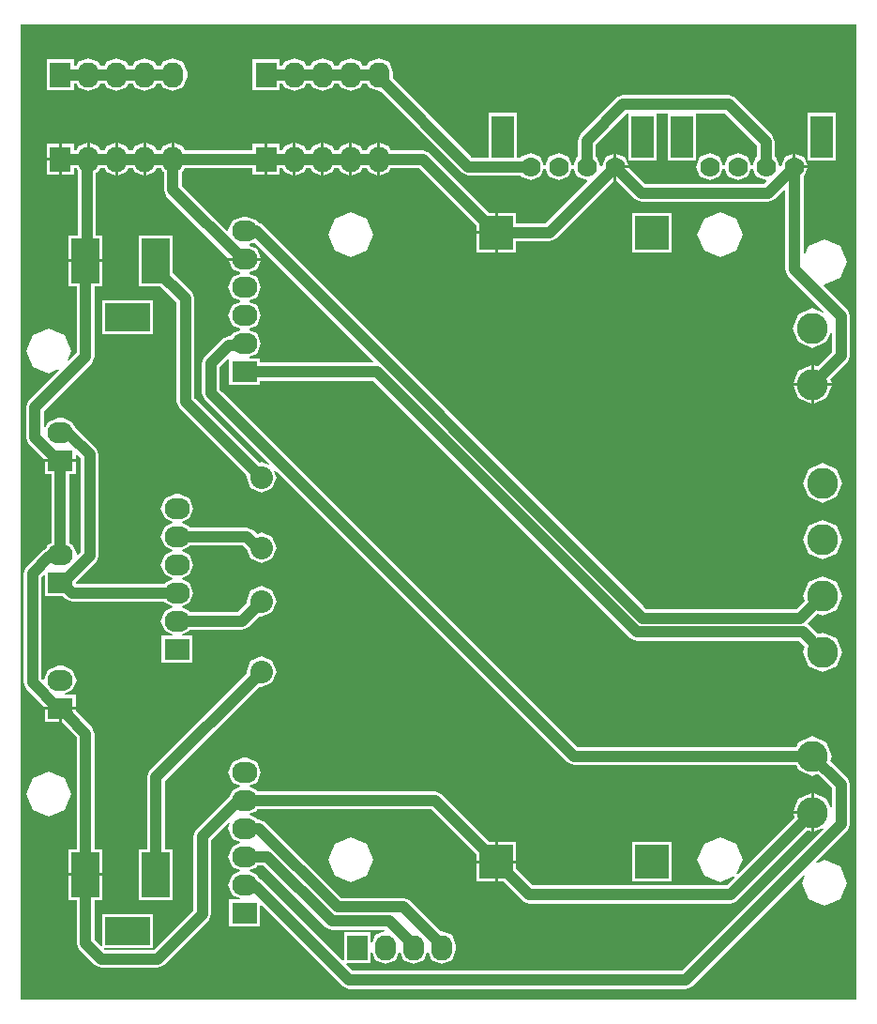
<source format=gtl>
G04*
G04 #@! TF.GenerationSoftware,Altium Limited,Altium Designer,19.0.4 (130)*
G04*
G04 Layer_Physical_Order=1*
G04 Layer_Color=255*
%FSTAX24Y24*%
%MOIN*%
G70*
G01*
G75*
%ADD24C,0.0394*%
%ADD25C,0.0800*%
%ADD26C,0.0700*%
%ADD27R,0.0800X0.1500*%
%ADD28R,0.1200X0.1200*%
%ADD29O,0.0750X0.0900*%
%ADD30R,0.0750X0.0900*%
%ADD31C,0.1100*%
%ADD32O,0.0900X0.0750*%
%ADD33R,0.0900X0.0750*%
%ADD34R,0.1000X0.1600*%
%ADD35R,0.1600X0.1000*%
G36*
X05665Y0155D02*
X02695D01*
Y05015D01*
X05665D01*
Y0155D01*
D02*
G37*
%LPC*%
G36*
X039661Y048939D02*
X039298Y048789D01*
X039249Y048671D01*
X039074D01*
X039025Y048789D01*
X038661Y048939D01*
X038298Y048789D01*
X038249Y048671D01*
X038074D01*
X038025Y048789D01*
X037661Y048939D01*
X037298Y048789D01*
X037249Y048671D01*
X037074D01*
X037025Y048789D01*
X036661Y048939D01*
X036298Y048789D01*
X036249Y048671D01*
X036136D01*
Y0489D01*
X035186D01*
Y0478D01*
X036136D01*
Y048029D01*
X036249D01*
X036298Y047911D01*
X036661Y047761D01*
X037025Y047911D01*
X037074Y048029D01*
X037249D01*
X037298Y047911D01*
X037661Y047761D01*
X038025Y047911D01*
X038074Y048029D01*
X038249D01*
X038298Y047911D01*
X038661Y047761D01*
X039025Y047911D01*
X039074Y048029D01*
X039249D01*
X039298Y047911D01*
X039661Y047761D01*
X039704Y047778D01*
X042629Y044853D01*
X042856Y044759D01*
X044706D01*
X044716Y044736D01*
X04506Y044593D01*
X045404Y044736D01*
X045533Y045046D01*
X045587D01*
X045716Y044736D01*
X04606Y044593D01*
X046404Y044736D01*
X046533Y045046D01*
X046587D01*
X046716Y044736D01*
X04706Y044593D01*
X047087Y044552D01*
X045607Y043071D01*
X04455D01*
Y04345D01*
X0439D01*
Y04275D01*
Y04205D01*
X04455D01*
Y042429D01*
X04574D01*
X045967Y042523D01*
X04802Y044576D01*
Y04508D01*
Y045546D01*
X047726Y045424D01*
X047592Y045102D01*
X047538D01*
X047404Y045424D01*
X047381Y045434D01*
Y045877D01*
X048483Y046979D01*
X04855D01*
Y0453D01*
X04955D01*
Y046979D01*
X04995D01*
Y0453D01*
X05095D01*
Y046979D01*
X051967D01*
X053109Y045837D01*
Y045434D01*
X053086Y045424D01*
X052957Y045114D01*
X052903D01*
X052774Y045424D01*
X05243Y045567D01*
X052086Y045424D01*
X051957Y045114D01*
X051903D01*
X051774Y045424D01*
X05143Y045567D01*
X051086Y045424D01*
X050943Y04508D01*
X051086Y044736D01*
X05143Y044593D01*
X051774Y044736D01*
X051903Y045046D01*
X051957D01*
X052086Y044736D01*
X05243Y044593D01*
X052774Y044736D01*
X052903Y045046D01*
X052957D01*
X053086Y044736D01*
X05343Y044593D01*
X053457Y044552D01*
X053377Y044471D01*
X049133D01*
X048574Y04503D01*
X04812D01*
Y044576D01*
X048773Y043923D01*
X049Y043829D01*
X05351D01*
X053737Y043923D01*
X054072Y044258D01*
X054119Y044239D01*
Y041434D01*
X054213Y041207D01*
X055477Y039943D01*
X055449Y039902D01*
X055082Y040054D01*
X054585Y039847D01*
X054379Y03935D01*
X054585Y038853D01*
X055082Y038646D01*
X05558Y038853D01*
X05573Y039214D01*
X055779Y039204D01*
Y038501D01*
X055259Y037981D01*
X055132Y038033D01*
Y0374D01*
X055765D01*
X055713Y037526D01*
X056327Y03814D01*
X056421Y038368D01*
Y039774D01*
X056327Y040002D01*
X055472Y040857D01*
X055499Y040899D01*
X0555Y040898D01*
X056067Y041133D01*
X056302Y0417D01*
X056067Y042267D01*
X0555Y042502D01*
X054933Y042267D01*
X05481Y04197D01*
X054761Y04198D01*
Y044726D01*
X054784Y044736D01*
X054906Y04503D01*
X05444D01*
Y04508D01*
X05439D01*
Y045546D01*
X054096Y045424D01*
X053962Y045102D01*
X053908D01*
X053774Y045424D01*
X053751Y045434D01*
Y04597D01*
X053657Y046197D01*
X052327Y047527D01*
X0521Y047621D01*
X04835D01*
X048123Y047527D01*
X046833Y046237D01*
X046739Y04601D01*
Y045434D01*
X046716Y045424D01*
X046587Y045114D01*
X046533D01*
X046404Y045424D01*
X04606Y045567D01*
X045716Y045424D01*
X045587Y045114D01*
X045533D01*
X045404Y045424D01*
X04506Y045567D01*
X044716Y045424D01*
X044706Y045401D01*
X04458D01*
Y047D01*
X04358D01*
Y045401D01*
X04299D01*
X040158Y048233D01*
X040176Y048275D01*
Y048425D01*
X040025Y048789D01*
X039661Y048939D01*
D02*
G37*
G36*
X03235D02*
X031986Y048789D01*
X031938Y048671D01*
X031762D01*
X031714Y048789D01*
X03135Y048939D01*
X030986Y048789D01*
X030938Y048671D01*
X030762D01*
X030714Y048789D01*
X03035Y048939D01*
X029986Y048789D01*
X029938Y048671D01*
X029762D01*
X029714Y048789D01*
X02935Y048939D01*
X028986Y048789D01*
X028938Y048671D01*
X028825D01*
Y0489D01*
X027875D01*
Y0478D01*
X028825D01*
Y048029D01*
X028938D01*
X028986Y047911D01*
X02935Y047761D01*
X029714Y047911D01*
X029762Y048029D01*
X029938D01*
X029986Y047911D01*
X03035Y047761D01*
X030714Y047911D01*
X030762Y048029D01*
X030938D01*
X030986Y047911D01*
X03135Y047761D01*
X031714Y047911D01*
X031762Y048029D01*
X031938D01*
X031986Y047911D01*
X03235Y047761D01*
X032714Y047911D01*
X032864Y048275D01*
Y048425D01*
X032714Y048789D01*
X03235Y048939D01*
D02*
G37*
G36*
X039611Y045918D02*
X039298Y045789D01*
X039249Y045671D01*
X039074D01*
X039025Y045789D01*
X038711Y045918D01*
Y04535D01*
Y044782D01*
X039025Y044911D01*
X039074Y045029D01*
X039249D01*
X039298Y044911D01*
X039611Y044782D01*
Y04535D01*
Y045918D01*
D02*
G37*
G36*
X038611D02*
X038298Y045789D01*
X038249Y045671D01*
X038074D01*
X038025Y045789D01*
X037711Y045918D01*
Y04535D01*
Y044782D01*
X038025Y044911D01*
X038074Y045029D01*
X038249D01*
X038298Y044911D01*
X038611Y044782D01*
Y04535D01*
Y045918D01*
D02*
G37*
G36*
X037611D02*
X037298Y045789D01*
X037249Y045671D01*
X037074D01*
X037025Y045789D01*
X036711Y045918D01*
Y04535D01*
Y044782D01*
X037025Y044911D01*
X037074Y045029D01*
X037249D01*
X037298Y044911D01*
X037611Y044782D01*
Y04535D01*
Y045918D01*
D02*
G37*
G36*
X036611D02*
X036298Y045789D01*
X036249Y045671D01*
X036136D01*
Y0459D01*
X035711D01*
Y04535D01*
Y0448D01*
X036136D01*
Y045029D01*
X036249D01*
X036298Y044911D01*
X036611Y044782D01*
Y04535D01*
Y045918D01*
D02*
G37*
G36*
X0313D02*
X030986Y045789D01*
X030938Y045671D01*
X030762D01*
X030714Y045789D01*
X0304Y045918D01*
Y04535D01*
Y044782D01*
X030714Y044911D01*
X030762Y045029D01*
X030938D01*
X030986Y044911D01*
X0313Y044782D01*
Y04535D01*
Y045918D01*
D02*
G37*
G36*
X0303D02*
X029986Y045789D01*
X029938Y045671D01*
X029762D01*
X029714Y045789D01*
X0294Y045918D01*
Y04535D01*
X0293D01*
Y045918D01*
X028986Y045789D01*
X028938Y045671D01*
X028825D01*
Y0459D01*
X0284D01*
Y04535D01*
Y0448D01*
X028825D01*
Y045029D01*
X028938D01*
X028979Y04493D01*
Y04265D01*
X02865D01*
Y0418D01*
X02985D01*
Y04265D01*
X029621D01*
Y044873D01*
X029714Y044911D01*
X029762Y045029D01*
X029938D01*
X029986Y044911D01*
X0303Y044782D01*
Y04535D01*
Y045918D01*
D02*
G37*
G36*
X0283Y0459D02*
X027875D01*
Y0454D01*
X0283D01*
Y0459D01*
D02*
G37*
G36*
X0324Y045918D02*
Y04535D01*
X0323D01*
Y045918D01*
X031986Y045789D01*
X031938Y045671D01*
X031762D01*
X031714Y045789D01*
X0314Y045918D01*
Y04535D01*
Y044782D01*
X031714Y044911D01*
X031762Y045029D01*
X031938D01*
X031986Y044911D01*
X032029Y044894D01*
Y044275D01*
X032123Y044048D01*
X034321Y04185D01*
X0349D01*
X035468D01*
X035339Y042164D01*
X035069Y042275D01*
Y042325D01*
X035246Y042398D01*
X039476Y038168D01*
X039457Y038121D01*
X03545D01*
Y038275D01*
X035079D01*
X035069Y038325D01*
X035339Y038436D01*
X035489Y0388D01*
X035339Y039164D01*
X035069Y039275D01*
Y039325D01*
X035339Y039436D01*
X035489Y0398D01*
X035339Y040164D01*
X035069Y040275D01*
Y040325D01*
X035339Y040436D01*
X035489Y0408D01*
X035339Y041164D01*
X035069Y041275D01*
Y041325D01*
X035339Y041436D01*
X035468Y04175D01*
X0349D01*
X034332D01*
X034461Y041436D01*
X034731Y041325D01*
Y041275D01*
X034461Y041164D01*
X034311Y0408D01*
X034461Y040436D01*
X034731Y040325D01*
Y040275D01*
X034461Y040164D01*
X034311Y0398D01*
X034461Y039436D01*
X034731Y039325D01*
Y039275D01*
X034461Y039164D01*
X034416Y039053D01*
X034326D01*
X034099Y038959D01*
X033473Y038333D01*
X033379Y038106D01*
Y03705D01*
X033473Y036823D01*
X035758Y034537D01*
X035731Y034496D01*
X0355Y034591D01*
X035439Y034566D01*
X033121Y036883D01*
Y0404D01*
X033027Y040627D01*
X03235Y041304D01*
Y04265D01*
X03115D01*
Y04085D01*
X031896D01*
X032479Y040267D01*
Y03675D01*
X032573Y036523D01*
X034984Y034111D01*
X034959Y03405D01*
X035117Y033667D01*
X0355Y033509D01*
X035883Y033667D01*
X036041Y03405D01*
X035946Y034281D01*
X035987Y034308D01*
X046373Y023923D01*
X0466Y023829D01*
X054512D01*
X054585Y023653D01*
X055082Y023446D01*
X055259Y023519D01*
X055779Y022999D01*
Y022296D01*
X05573Y022286D01*
X05558Y022647D01*
X055132Y022833D01*
Y02215D01*
Y021467D01*
X055447Y021598D01*
X055475Y021556D01*
X05044Y016521D01*
X038752D01*
X03852Y016754D01*
X038539Y0168D01*
X039375D01*
Y017171D01*
X039425Y017181D01*
X039536Y016911D01*
X0399Y016761D01*
X040264Y016911D01*
X040375Y017181D01*
X040425D01*
X040536Y016911D01*
X0409Y016761D01*
X041264Y016911D01*
X041375Y017181D01*
X041425D01*
X041536Y016911D01*
X0419Y016761D01*
X042264Y016911D01*
X042414Y017275D01*
Y017425D01*
X042264Y017789D01*
X0419Y017939D01*
X041875Y017929D01*
X040784Y019021D01*
X040556Y019115D01*
X038339D01*
X035648Y021806D01*
X035421Y0219D01*
X035356D01*
X035339Y021942D01*
X035069Y022054D01*
Y022104D01*
X035339Y022215D01*
X035356Y022257D01*
X041528D01*
X04315Y020636D01*
Y02044D01*
X0438D01*
Y02109D01*
X043604D01*
X041888Y022806D01*
X041661Y0229D01*
X035356D01*
X035339Y022942D01*
X035069Y023054D01*
Y023104D01*
X035339Y023215D01*
X035489Y023579D01*
X035339Y023942D01*
X034975Y024093D01*
X034825D01*
X034461Y023942D01*
X034311Y023579D01*
X034461Y023215D01*
X034731Y023104D01*
Y023054D01*
X034461Y022942D01*
X034372Y022726D01*
X033173Y021527D01*
X033079Y0213D01*
Y018683D01*
X031667Y017271D01*
X029933D01*
X029905Y017306D01*
X029923Y01735D01*
X03165D01*
Y01855D01*
X02985D01*
Y01742D01*
X029804Y017401D01*
X029571Y017633D01*
Y01905D01*
X02985D01*
Y0199D01*
X02865D01*
Y01905D01*
X028929D01*
Y0175D01*
X029023Y017273D01*
X029573Y016723D01*
X0298Y016629D01*
X0318D01*
X032027Y016723D01*
X033627Y018323D01*
X033721Y01855D01*
Y021167D01*
X034346Y021791D01*
X034387Y021764D01*
X034311Y021579D01*
X034461Y021215D01*
X034731Y021104D01*
Y021054D01*
X034461Y020942D01*
X034311Y020579D01*
X034461Y020215D01*
X034731Y020104D01*
Y020054D01*
X034461Y019942D01*
X034311Y019579D01*
X034461Y019215D01*
X034731Y019104D01*
X034721Y019054D01*
X03435D01*
Y018104D01*
X03545D01*
Y01885D01*
X035496Y018869D01*
X038392Y015973D01*
X038619Y015879D01*
X050574D01*
X050801Y015973D01*
X054764Y019936D01*
X054805Y019908D01*
X054698Y01965D01*
X054933Y019083D01*
X0555Y018848D01*
X056067Y019083D01*
X056302Y01965D01*
X056067Y020217D01*
X0555Y020452D01*
X055242Y020345D01*
X055214Y020386D01*
X056327Y021499D01*
X056421Y021726D01*
Y023132D01*
X056327Y02336D01*
X055713Y023974D01*
X055786Y02415D01*
X05558Y024647D01*
X055082Y024854D01*
X054585Y024647D01*
X054512Y024471D01*
X046733D01*
X034021Y037183D01*
Y037973D01*
X0343Y038251D01*
X03435Y038231D01*
Y037325D01*
X03545D01*
Y037479D01*
X039467D01*
X048616Y028329D01*
X048844Y028235D01*
X054602D01*
X054815Y028022D01*
X054742Y027846D01*
X054948Y027349D01*
X055446Y027143D01*
X055943Y027349D01*
X056149Y027846D01*
X055943Y028344D01*
X055446Y02855D01*
X05527Y028477D01*
X054963Y028784D01*
X054924Y028799D01*
X054913Y028858D01*
X05527Y029215D01*
X055446Y029143D01*
X055943Y029349D01*
X056149Y029846D01*
X055943Y030344D01*
X055446Y03055D01*
X054948Y030344D01*
X054742Y029846D01*
X054815Y02967D01*
X054517Y029371D01*
X049181D01*
X035528Y043024D01*
X035527Y043027D01*
X035368Y043093D01*
X035339Y043164D01*
X034975Y043314D01*
X034825D01*
X034461Y043164D01*
X034322Y042828D01*
X034265Y042815D01*
X032671Y044408D01*
Y044894D01*
X032714Y044911D01*
X032762Y045029D01*
X035186D01*
Y0448D01*
X035611D01*
Y04535D01*
Y0459D01*
X035186D01*
Y045671D01*
X032762D01*
X032714Y045789D01*
X0324Y045918D01*
D02*
G37*
G36*
X05592Y047D02*
X05492D01*
Y0453D01*
X05592D01*
Y047D01*
D02*
G37*
G36*
X05449Y045546D02*
Y04513D01*
X054906D01*
X054784Y045424D01*
X05449Y045546D01*
D02*
G37*
G36*
X04812D02*
Y04513D01*
X048536D01*
X048414Y045424D01*
X04812Y045546D01*
D02*
G37*
G36*
X0283Y0453D02*
X027875D01*
Y0448D01*
X0283D01*
Y0453D01*
D02*
G37*
G36*
X039711Y045918D02*
Y04535D01*
Y044782D01*
X040025Y044911D01*
X040074Y045029D01*
X041117D01*
X04315Y042996D01*
Y0428D01*
X0438D01*
Y04345D01*
X043604D01*
X041477Y045577D01*
X04125Y045671D01*
X040074D01*
X040025Y045789D01*
X039711Y045918D01*
D02*
G37*
G36*
X050062Y04345D02*
X048662D01*
Y04205D01*
X050062D01*
Y04345D01*
D02*
G37*
G36*
X0438Y0427D02*
X04315D01*
Y04205D01*
X0438D01*
Y0427D01*
D02*
G37*
G36*
X051791Y043472D02*
X051225Y043237D01*
X05099Y04267D01*
X051225Y042103D01*
X051791Y041868D01*
X052358Y042103D01*
X052593Y04267D01*
X052358Y043237D01*
X051791Y043472D01*
D02*
G37*
G36*
X038661D02*
X038095Y043237D01*
X03786Y04267D01*
X038095Y042103D01*
X038661Y041868D01*
X039228Y042103D01*
X039463Y04267D01*
X039228Y043237D01*
X038661Y043472D01*
D02*
G37*
G36*
X03165Y04035D02*
X02985D01*
Y03915D01*
X03165D01*
Y04035D01*
D02*
G37*
G36*
X02985Y0417D02*
X02865D01*
Y04085D01*
X028929D01*
Y038459D01*
X028654Y038185D01*
X028613Y038212D01*
X028752Y038548D01*
X028517Y039114D01*
X02795Y039349D01*
X027383Y039114D01*
X027148Y038548D01*
X027383Y037981D01*
X02795Y037746D01*
X028285Y037885D01*
X028313Y037843D01*
X027223Y036753D01*
X027129Y036526D01*
Y035475D01*
X027223Y035248D01*
X027771Y0347D01*
X02835D01*
X0289D01*
Y034833D01*
X028946Y034853D01*
X029079Y03472D01*
Y031408D01*
X028985Y031315D01*
X028928Y031328D01*
X028789Y031664D01*
X028671Y031712D01*
Y034175D01*
X0289D01*
Y0346D01*
X02835D01*
X0278D01*
Y034175D01*
X028029D01*
Y031712D01*
X027911Y031664D01*
X027847Y031508D01*
X027729Y031459D01*
X027132Y030863D01*
X027038Y030635D01*
Y026766D01*
X027132Y026538D01*
X027771Y0259D01*
X02835D01*
X0289D01*
Y026325D01*
X028529D01*
X028519Y026375D01*
X028789Y026486D01*
X028939Y02685D01*
X028789Y027214D01*
X028425Y027364D01*
X028275D01*
X027911Y027214D01*
X027772Y026878D01*
X027715Y026865D01*
X027681Y026899D01*
Y030502D01*
X027754Y030575D01*
X0278Y030556D01*
Y029825D01*
X028446D01*
X028548Y029723D01*
X028775Y029629D01*
X032044D01*
X032061Y029586D01*
X032331Y029475D01*
Y029425D01*
X032061Y029314D01*
X031911Y02895D01*
X032061Y028586D01*
X032331Y028475D01*
X032321Y028425D01*
X03195D01*
Y027475D01*
X03305D01*
Y028425D01*
X032679D01*
X032669Y028475D01*
X032939Y028586D01*
X032956Y028629D01*
X034799D01*
X035026Y028723D01*
X035438Y029134D01*
X0355Y029109D01*
X035883Y029267D01*
X036041Y02965D01*
X035883Y030033D01*
X0355Y030191D01*
X035117Y030033D01*
X034959Y02965D01*
X034984Y029589D01*
X034666Y029271D01*
X032956D01*
X032939Y029314D01*
X032669Y029425D01*
Y029475D01*
X032939Y029586D01*
X033089Y02995D01*
X032939Y030314D01*
X032669Y030425D01*
Y030475D01*
X032939Y030586D01*
X033089Y03095D01*
X032939Y031314D01*
X032669Y031425D01*
Y031475D01*
X032939Y031586D01*
X032956Y031629D01*
X034857D01*
X034975Y03151D01*
X035117Y031167D01*
X0355Y031009D01*
X035883Y031167D01*
X036041Y03155D01*
X035883Y031933D01*
X0355Y032091D01*
X035361Y032034D01*
X035217Y032177D01*
X03499Y032271D01*
X032956D01*
X032939Y032314D01*
X032669Y032425D01*
Y032475D01*
X032939Y032586D01*
X033089Y03295D01*
X032939Y033314D01*
X032575Y033464D01*
X032425D01*
X032061Y033314D01*
X031911Y03295D01*
X032061Y032586D01*
X032331Y032475D01*
Y032425D01*
X032061Y032314D01*
X031911Y03195D01*
X032061Y031586D01*
X032331Y031475D01*
Y031425D01*
X032061Y031314D01*
X031911Y03095D01*
X032061Y030586D01*
X032331Y030475D01*
Y030425D01*
X032061Y030314D01*
X032044Y030271D01*
X028908D01*
X0289Y030279D01*
Y030321D01*
X029627Y031048D01*
X029721Y031275D01*
Y034853D01*
X029627Y03508D01*
X028899Y035809D01*
X028868Y035822D01*
X028789Y036014D01*
X028425Y036164D01*
X028275D01*
X027911Y036014D01*
X02782Y035794D01*
X027771Y035803D01*
Y036393D01*
X029477Y038099D01*
X029571Y038326D01*
Y04085D01*
X02985D01*
Y0417D01*
D02*
G37*
G36*
X055032Y038033D02*
X054585Y037847D01*
X0544Y0374D01*
X055032D01*
Y038033D01*
D02*
G37*
G36*
Y0373D02*
X0544D01*
X054585Y036853D01*
X055032Y036667D01*
Y0373D01*
D02*
G37*
G36*
X055765D02*
X055132D01*
Y036667D01*
X05558Y036853D01*
X055765Y0373D01*
D02*
G37*
G36*
X055442Y034554D02*
X054944Y034347D01*
X054738Y03385D01*
X054944Y033353D01*
X055442Y033146D01*
X055939Y033353D01*
X056145Y03385D01*
X055939Y034347D01*
X055442Y034554D01*
D02*
G37*
G36*
X055445Y03255D02*
X054948Y032344D01*
X054742Y031847D01*
X054948Y031349D01*
X055445Y031143D01*
X055943Y031349D01*
X056149Y031847D01*
X055943Y032344D01*
X055445Y03255D01*
D02*
G37*
G36*
X0355Y027691D02*
X035117Y027533D01*
X034959Y02715D01*
X034984Y027089D01*
X031523Y023627D01*
X031429Y0234D01*
Y02085D01*
X03115D01*
Y01905D01*
X03235D01*
Y02085D01*
X032071D01*
Y023267D01*
X035439Y026634D01*
X0355Y026609D01*
X035883Y026767D01*
X036041Y02715D01*
X035883Y027533D01*
X0355Y027691D01*
D02*
G37*
G36*
X0283Y0258D02*
X0278D01*
Y025375D01*
X0283D01*
Y0258D01*
D02*
G37*
G36*
X055032Y022833D02*
X054585Y022647D01*
X0544Y0222D01*
X055032D01*
Y022833D01*
D02*
G37*
G36*
X02795Y023601D02*
X027383Y023366D01*
X027148Y0228D01*
X027383Y022233D01*
X02795Y021998D01*
X028517Y022233D01*
X028752Y0228D01*
X028517Y023366D01*
X02795Y023601D01*
D02*
G37*
G36*
X055032Y0221D02*
X0544D01*
X054452Y021974D01*
X052427Y019949D01*
X052385Y019978D01*
X052593Y02048D01*
X052358Y021047D01*
X051791Y021282D01*
X051225Y021047D01*
X05099Y02048D01*
X051225Y019913D01*
X051791Y019678D01*
X052294Y019887D01*
X052322Y019844D01*
X052032Y019554D01*
X045141D01*
X04455Y020144D01*
Y02034D01*
X0439D01*
Y01969D01*
X044096D01*
X04478Y019005D01*
X045008Y018911D01*
X052165D01*
X052392Y019005D01*
X054906Y021519D01*
X055032Y021467D01*
Y0221D01*
D02*
G37*
G36*
X04455Y02109D02*
X0439D01*
Y02044D01*
X04455D01*
Y02109D01*
D02*
G37*
G36*
X0289Y0258D02*
X0284D01*
Y025346D01*
X028929Y024817D01*
Y02085D01*
X02865D01*
Y02D01*
X02985D01*
Y02085D01*
X029571D01*
Y02495D01*
X029477Y025177D01*
X0289Y025754D01*
Y0258D01*
D02*
G37*
G36*
X050062Y02109D02*
X048662D01*
Y01969D01*
X050062D01*
Y02109D01*
D02*
G37*
G36*
X0438Y02034D02*
X04315D01*
Y01969D01*
X0438D01*
Y02034D01*
D02*
G37*
G36*
X038661Y021282D02*
X038095Y021047D01*
X03786Y02048D01*
X038095Y019913D01*
X038661Y019678D01*
X039228Y019913D01*
X039463Y02048D01*
X039228Y021047D01*
X038661Y021282D01*
D02*
G37*
%LPD*%
G36*
X037775Y018073D02*
X038002Y017979D01*
X039865D01*
X039875Y017929D01*
X039536Y017789D01*
X039425Y017519D01*
X039375Y017529D01*
Y0179D01*
X038425D01*
Y016914D01*
X038379Y016895D01*
X035536Y019738D01*
X0354Y019794D01*
X035339Y019942D01*
X035069Y020054D01*
Y020104D01*
X035339Y020215D01*
X035356Y020257D01*
X03559D01*
X037775Y018073D01*
D02*
G37*
D24*
X0353Y042798D02*
Y0428D01*
Y042798D02*
X049048Y02905D01*
X0349Y0428D02*
X0353D01*
X049048Y02905D02*
X05465D01*
X0419Y01735D02*
Y01745D01*
X040556Y018794D02*
X0419Y01745D01*
X038206Y018794D02*
X040556D01*
X0409Y01735D02*
Y01745D01*
X04005Y0183D02*
X0409Y01745D01*
X038002Y0183D02*
X04005D01*
X035421Y021579D02*
X038206Y018794D01*
X035723Y020579D02*
X038002Y0183D01*
X0349Y020579D02*
X035723D01*
X028425Y0303D02*
X028775Y02995D01*
X03175Y04145D02*
X0328Y0404D01*
Y03675D02*
Y0404D01*
Y03675D02*
X0355Y03405D01*
X054736Y028556D02*
X055446Y027846D01*
X048844Y028556D02*
X054736D01*
X0396Y0378D02*
X048844Y028556D01*
X05465Y02905D02*
X055446Y029846D01*
X0349Y0428D02*
Y042813D01*
Y0378D02*
X0396D01*
X03235Y04535D02*
X035661D01*
X04125D02*
X04385Y04275D01*
X039661Y04535D02*
X04125D01*
X0466Y02415D02*
X055082D01*
X0337Y03705D02*
X0466Y02415D01*
X0337Y03705D02*
Y038106D01*
X034326Y038732D01*
X034832D01*
X0349Y0388D01*
X042856Y04508D02*
X04506D01*
X039661Y048275D02*
X042856Y04508D01*
X039661Y048275D02*
Y04835D01*
X04574Y04275D02*
X04807Y04508D01*
X04385Y04275D02*
X04574D01*
X0561Y021726D02*
Y023132D01*
X050574Y0162D02*
X0561Y021726D01*
X038619Y0162D02*
X050574D01*
X055082Y02415D02*
X0561Y023132D01*
X035309Y019511D02*
X038619Y0162D01*
X034968Y019511D02*
X035309D01*
X0349Y019579D02*
X034968Y019511D01*
X0349Y021579D02*
X035421D01*
X0334Y0213D02*
X034679Y022579D01*
X0334Y01855D02*
Y0213D01*
X034679Y022579D02*
X0349D01*
X041661D01*
X03175Y04145D02*
Y04175D01*
X03235Y044275D02*
Y04535D01*
Y044275D02*
X034825Y0418D01*
X0349D01*
X02925Y038326D02*
Y04175D01*
X02745Y036526D02*
X02925Y038326D01*
X028275Y03465D02*
X02835D01*
X02745Y035475D02*
X028275Y03465D01*
X02745Y035475D02*
Y036526D01*
X0318Y01695D02*
X0334Y01855D01*
X0298Y01695D02*
X0318D01*
X02925Y0175D02*
X0298Y01695D01*
X02925Y0175D02*
Y01995D01*
X03175D02*
Y0234D01*
X0355Y02715D01*
X027956Y031232D02*
X028282D01*
X027359Y030635D02*
X027956Y031232D01*
X027359Y026766D02*
Y030635D01*
X028275Y02585D02*
X02835D01*
X027359Y026766D02*
X028275Y02585D01*
X028282Y031232D02*
X02835Y0313D01*
X0294Y031275D02*
Y034853D01*
X028671Y035582D02*
X0294Y034853D01*
X028418Y035582D02*
X028671D01*
X02835Y0303D02*
X028425D01*
X0294Y031275D01*
X02835Y03565D02*
X028418Y035582D01*
X02835Y0313D02*
Y03465D01*
X02925Y01995D02*
Y02495D01*
X028603Y025597D02*
X02925Y02495D01*
X028603Y025597D02*
Y025672D01*
X028425Y02585D02*
X028603Y025672D01*
X02835Y02585D02*
X028425D01*
X028775Y02995D02*
X0325D01*
X035499Y02965D02*
X0355D01*
X034799Y02895D02*
X035499Y02965D01*
X0325Y02895D02*
X034799D01*
X03539Y03155D02*
X0355D01*
X03499Y03195D02*
X03539Y03155D01*
X0325Y03195D02*
X03499D01*
X041661Y022579D02*
X04385Y02039D01*
X052165Y019232D02*
X055082Y02215D01*
X045008Y019232D02*
X052165D01*
X04385Y02039D02*
X045008Y019232D01*
X0561Y038368D02*
Y039774D01*
X05444Y041434D02*
X0561Y039774D01*
X05444Y041434D02*
Y04508D01*
X055082Y03735D02*
X0561Y038368D01*
X05351Y04415D02*
X05444Y04508D01*
X049Y04415D02*
X05351D01*
X04807Y04508D02*
X049Y04415D01*
X05343Y04508D02*
Y04597D01*
X0521Y0473D02*
X05343Y04597D01*
X04835Y0473D02*
X0521D01*
X04706Y04601D02*
X04835Y0473D01*
X04706Y04508D02*
Y04601D01*
X0293Y0453D02*
X02935Y04535D01*
X0293Y0418D02*
Y0453D01*
X02925Y04175D02*
X0293Y0418D01*
X038661Y04835D02*
X039661D01*
X037661D02*
X038661D01*
X036661D02*
X037661D01*
X035661D02*
X036661D01*
X038661Y04535D02*
X039661D01*
X037661D02*
X038661D01*
X036661D02*
X037661D01*
X035661D02*
X036661D01*
X03135D02*
X03235D01*
X03035D02*
X03135D01*
X02935D02*
X03035D01*
X02835D02*
X02935D01*
X03135Y04835D02*
X03235D01*
X03035D02*
X03135D01*
X02935D02*
X03035D01*
X02835D02*
X02935D01*
D25*
X0355Y03405D02*
D03*
Y03155D02*
D03*
Y02715D02*
D03*
Y02965D02*
D03*
D26*
X04807Y04508D02*
D03*
X04706D02*
D03*
X04606D02*
D03*
X04506D02*
D03*
X05444D02*
D03*
X05343D02*
D03*
X05243D02*
D03*
X05143D02*
D03*
D27*
X04408Y04615D02*
D03*
X04905D02*
D03*
X05045D02*
D03*
X05542D02*
D03*
D28*
X04385Y02039D02*
D03*
X049362D02*
D03*
Y04275D02*
D03*
X04385D02*
D03*
D29*
X038661Y04535D02*
D03*
X037661D02*
D03*
X036661D02*
D03*
X039661D02*
D03*
X0399Y01735D02*
D03*
X0409D02*
D03*
X0419D02*
D03*
X03135Y04835D02*
D03*
X03035D02*
D03*
X02935D02*
D03*
X03235D02*
D03*
X03135Y04535D02*
D03*
X03035D02*
D03*
X02935D02*
D03*
X03235D02*
D03*
X038661Y04835D02*
D03*
X037661D02*
D03*
X036661D02*
D03*
X039661D02*
D03*
D30*
X035661Y04535D02*
D03*
X0389Y01735D02*
D03*
X02835Y04835D02*
D03*
Y04535D02*
D03*
X035661Y04835D02*
D03*
D31*
X055082Y03735D02*
D03*
Y03935D02*
D03*
X055446Y027846D02*
D03*
X055442Y03385D02*
D03*
X055445Y031847D02*
D03*
X055446Y029846D02*
D03*
X055082Y02215D02*
D03*
Y02415D02*
D03*
D32*
X0349Y023579D02*
D03*
Y021579D02*
D03*
Y020579D02*
D03*
Y019579D02*
D03*
Y022579D02*
D03*
Y0428D02*
D03*
Y0408D02*
D03*
Y0398D02*
D03*
Y0388D02*
D03*
Y0418D02*
D03*
X02835Y03565D02*
D03*
Y02685D02*
D03*
Y0313D02*
D03*
X0325Y03295D02*
D03*
Y03095D02*
D03*
Y02995D02*
D03*
Y02895D02*
D03*
Y03195D02*
D03*
D33*
X0349Y018579D02*
D03*
Y0378D02*
D03*
X02835Y03465D02*
D03*
Y02585D02*
D03*
Y0303D02*
D03*
X0325Y02795D02*
D03*
D34*
X03175Y01995D02*
D03*
X02925D02*
D03*
X03175Y04175D02*
D03*
X02925D02*
D03*
D35*
X03075Y01795D02*
D03*
Y03975D02*
D03*
M02*

</source>
